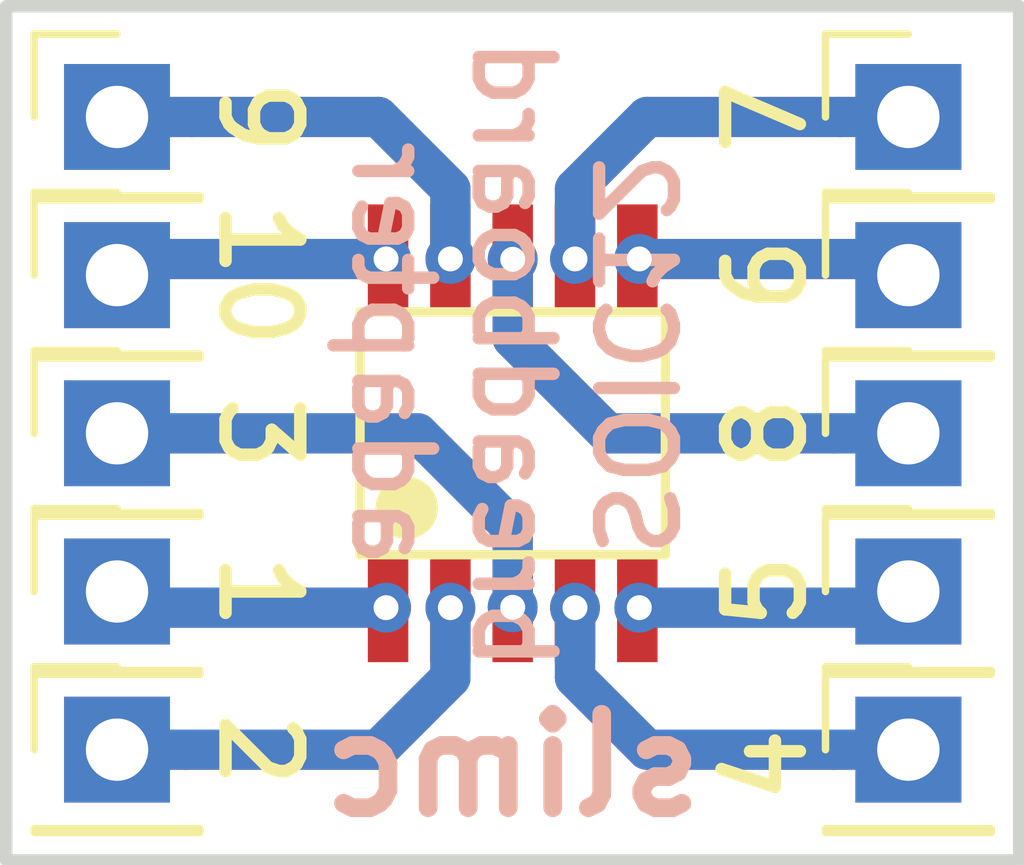
<source format=kicad_pcb>
(kicad_pcb (version 20171130) (host pcbnew 5.0.2+dfsg1-1)

  (general
    (thickness 1.6)
    (drawings 16)
    (tracks 84)
    (zones 0)
    (modules 11)
    (nets 11)
  )

  (page User 132.004 101.6)
  (title_block
    (title "FL51xx BREADBOARD ADAPTER")
    (date 2019-10-07)
    (rev v1.0.0)
    (company slimc)
  )

  (layers
    (0 F.Cu signal hide)
    (31 B.Cu signal)
    (32 B.Adhes user)
    (33 F.Adhes user)
    (34 B.Paste user)
    (35 F.Paste user)
    (36 B.SilkS user)
    (37 F.SilkS user)
    (38 B.Mask user)
    (39 F.Mask user)
    (40 Dwgs.User user)
    (41 Cmts.User user)
    (42 Eco1.User user)
    (43 Eco2.User user)
    (44 Edge.Cuts user)
    (45 Margin user)
    (46 B.CrtYd user)
    (47 F.CrtYd user)
    (48 B.Fab user)
    (49 F.Fab user)
  )

  (setup
    (last_trace_width 0.25)
    (trace_clearance 0.2)
    (zone_clearance 0.508)
    (zone_45_only no)
    (trace_min 0.2)
    (segment_width 0.2)
    (edge_width 0.15)
    (via_size 0.8)
    (via_drill 0.4)
    (via_min_size 0.4)
    (via_min_drill 0.3)
    (uvia_size 0.3)
    (uvia_drill 0.1)
    (uvias_allowed no)
    (uvia_min_size 0.2)
    (uvia_min_drill 0.1)
    (pcb_text_width 0.3)
    (pcb_text_size 1.5 1.5)
    (mod_edge_width 0.15)
    (mod_text_size 1 1)
    (mod_text_width 0.15)
    (pad_size 1.524 1.524)
    (pad_drill 0.762)
    (pad_to_mask_clearance 0.051)
    (solder_mask_min_width 0.25)
    (aux_axis_origin 0 0)
    (visible_elements FFFFFF7F)
    (pcbplotparams
      (layerselection 0x010f0_ffffffff)
      (usegerberextensions true)
      (usegerberattributes false)
      (usegerberadvancedattributes false)
      (creategerberjobfile false)
      (excludeedgelayer true)
      (linewidth 0.100000)
      (plotframeref false)
      (viasonmask false)
      (mode 1)
      (useauxorigin true)
      (hpglpennumber 1)
      (hpglpenspeed 20)
      (hpglpendiameter 15.000000)
      (psnegative false)
      (psa4output false)
      (plotreference true)
      (plotvalue true)
      (plotinvisibletext false)
      (padsonsilk false)
      (subtractmaskfromsilk false)
      (outputformat 1)
      (mirror false)
      (drillshape 0)
      (scaleselection 1)
      (outputdirectory "../exports/07-10-19/gerbers"))
  )

  (net 0 "")
  (net 1 "Net-(J1-Pad1)")
  (net 2 "Net-(J2-Pad1)")
  (net 3 "Net-(J3-Pad1)")
  (net 4 "Net-(J4-Pad1)")
  (net 5 "Net-(J5-Pad1)")
  (net 6 "Net-(J6-Pad1)")
  (net 7 "Net-(J7-Pad1)")
  (net 8 "Net-(J8-Pad1)")
  (net 9 "Net-(J9-Pad1)")
  (net 10 "Net-(J10-Pad1)")

  (net_class Default "This is the default net class."
    (clearance 0.2)
    (trace_width 0.25)
    (via_dia 0.8)
    (via_drill 0.4)
    (uvia_dia 0.3)
    (uvia_drill 0.1)
    (add_net "Net-(J1-Pad1)")
    (add_net "Net-(J10-Pad1)")
    (add_net "Net-(J2-Pad1)")
    (add_net "Net-(J3-Pad1)")
    (add_net "Net-(J4-Pad1)")
    (add_net "Net-(J5-Pad1)")
    (add_net "Net-(J6-Pad1)")
    (add_net "Net-(J7-Pad1)")
    (add_net "Net-(J8-Pad1)")
    (add_net "Net-(J9-Pad1)")
  )

  (module Connector_PinHeader_2.54mm:PinHeader_1x01_P2.54mm_Vertical (layer F.Cu) (tedit 5D9B1E5B) (tstamp 5DB1A947)
    (at 31.496 20.066)
    (descr "Through hole straight pin header, 1x01, 2.54mm pitch, single row")
    (tags "Through hole pin header THT 1x01 2.54mm single row")
    (path /5D9B30D0)
    (fp_text reference J10 (at 0 -2.33) (layer F.SilkS) hide
      (effects (font (size 1 1) (thickness 0.15)))
    )
    (fp_text value Conn_01x01 (at 0 2.33) (layer F.Fab) hide
      (effects (font (size 1 1) (thickness 0.15)))
    )
    (fp_text user %R (at 0 0 90) (layer F.Fab)
      (effects (font (size 1 1) (thickness 0.15)))
    )
    (fp_line (start 1.8 -1.8) (end -1.8 -1.8) (layer F.CrtYd) (width 0.05))
    (fp_line (start 1.8 1.8) (end 1.8 -1.8) (layer F.CrtYd) (width 0.05))
    (fp_line (start -1.8 1.8) (end 1.8 1.8) (layer F.CrtYd) (width 0.05))
    (fp_line (start -1.8 -1.8) (end -1.8 1.8) (layer F.CrtYd) (width 0.05))
    (fp_line (start -1.33 -1.33) (end 0 -1.33) (layer F.SilkS) (width 0.12))
    (fp_line (start -1.33 0) (end -1.33 -1.33) (layer F.SilkS) (width 0.12))
    (fp_line (start -1.33 1.27) (end 1.33 1.27) (layer F.SilkS) (width 0.12))
    (fp_line (start 1.33 1.27) (end 1.33 1.33) (layer F.SilkS) (width 0.12))
    (fp_line (start -1.33 1.27) (end -1.33 1.33) (layer F.SilkS) (width 0.12))
    (fp_line (start -1.33 1.33) (end 1.33 1.33) (layer F.SilkS) (width 0.12))
    (fp_line (start -1.27 -0.635) (end -0.635 -1.27) (layer F.Fab) (width 0.1))
    (fp_line (start -1.27 1.27) (end -1.27 -0.635) (layer F.Fab) (width 0.1))
    (fp_line (start 1.27 1.27) (end -1.27 1.27) (layer F.Fab) (width 0.1))
    (fp_line (start 1.27 -1.27) (end 1.27 1.27) (layer F.Fab) (width 0.1))
    (fp_line (start -0.635 -1.27) (end 1.27 -1.27) (layer F.Fab) (width 0.1))
    (pad 1 thru_hole rect (at 0 0) (size 1.7 1.7) (drill 1) (layers *.Cu *.Mask)
      (net 10 "Net-(J10-Pad1)"))
    (model ${KISYS3DMOD}/Connector_PinHeader_2.54mm.3dshapes/PinHeader_1x01_P2.54mm_Vertical.wrl
      (at (xyz 0 0 0))
      (scale (xyz 1 1 1))
      (rotate (xyz 0 0 0))
    )
  )

  (module Connector_PinHeader_2.54mm:PinHeader_1x01_P2.54mm_Vertical (layer F.Cu) (tedit 5D9B1E3C) (tstamp 5DB1A679)
    (at 31.496 17.526)
    (descr "Through hole straight pin header, 1x01, 2.54mm pitch, single row")
    (tags "Through hole pin header THT 1x01 2.54mm single row")
    (path /5D9B30A8)
    (fp_text reference J9 (at 0 -2.33) (layer F.SilkS) hide
      (effects (font (size 1 1) (thickness 0.15)))
    )
    (fp_text value Conn_01x01 (at 0 2.33) (layer F.Fab) hide
      (effects (font (size 1 1) (thickness 0.15)))
    )
    (fp_line (start -0.635 -1.27) (end 1.27 -1.27) (layer F.Fab) (width 0.1))
    (fp_line (start 1.27 -1.27) (end 1.27 1.27) (layer F.Fab) (width 0.1))
    (fp_line (start 1.27 1.27) (end -1.27 1.27) (layer F.Fab) (width 0.1))
    (fp_line (start -1.27 1.27) (end -1.27 -0.635) (layer F.Fab) (width 0.1))
    (fp_line (start -1.27 -0.635) (end -0.635 -1.27) (layer F.Fab) (width 0.1))
    (fp_line (start -1.33 1.33) (end 1.33 1.33) (layer F.SilkS) (width 0.12))
    (fp_line (start -1.33 1.27) (end -1.33 1.33) (layer F.SilkS) (width 0.12))
    (fp_line (start 1.33 1.27) (end 1.33 1.33) (layer F.SilkS) (width 0.12))
    (fp_line (start -1.33 1.27) (end 1.33 1.27) (layer F.SilkS) (width 0.12))
    (fp_line (start -1.33 0) (end -1.33 -1.33) (layer F.SilkS) (width 0.12))
    (fp_line (start -1.33 -1.33) (end 0 -1.33) (layer F.SilkS) (width 0.12))
    (fp_line (start -1.8 -1.8) (end -1.8 1.8) (layer F.CrtYd) (width 0.05))
    (fp_line (start -1.8 1.8) (end 1.8 1.8) (layer F.CrtYd) (width 0.05))
    (fp_line (start 1.8 1.8) (end 1.8 -1.8) (layer F.CrtYd) (width 0.05))
    (fp_line (start 1.8 -1.8) (end -1.8 -1.8) (layer F.CrtYd) (width 0.05))
    (fp_text user %R (at 0 0 90) (layer F.Fab)
      (effects (font (size 1 1) (thickness 0.15)))
    )
    (pad 1 thru_hole rect (at 0 0) (size 1.7 1.7) (drill 1) (layers *.Cu *.Mask)
      (net 9 "Net-(J9-Pad1)"))
    (model ${KISYS3DMOD}/Connector_PinHeader_2.54mm.3dshapes/PinHeader_1x01_P2.54mm_Vertical.wrl
      (at (xyz 0 0 0))
      (scale (xyz 1 1 1))
      (rotate (xyz 0 0 0))
    )
  )

  (module Connector_PinHeader_2.54mm:PinHeader_1x01_P2.54mm_Vertical (layer F.Cu) (tedit 5D9B1E5D) (tstamp 5DB1A664)
    (at 31.496 22.606)
    (descr "Through hole straight pin header, 1x01, 2.54mm pitch, single row")
    (tags "Through hole pin header THT 1x01 2.54mm single row")
    (path /5D9B3086)
    (fp_text reference J8 (at 0 -2.33) (layer F.SilkS) hide
      (effects (font (size 1 1) (thickness 0.15)))
    )
    (fp_text value Conn_01x01 (at 0 2.33) (layer F.Fab) hide
      (effects (font (size 1 1) (thickness 0.15)))
    )
    (fp_text user %R (at 0 0 90) (layer F.Fab)
      (effects (font (size 1 1) (thickness 0.15)))
    )
    (fp_line (start 1.8 -1.8) (end -1.8 -1.8) (layer F.CrtYd) (width 0.05))
    (fp_line (start 1.8 1.8) (end 1.8 -1.8) (layer F.CrtYd) (width 0.05))
    (fp_line (start -1.8 1.8) (end 1.8 1.8) (layer F.CrtYd) (width 0.05))
    (fp_line (start -1.8 -1.8) (end -1.8 1.8) (layer F.CrtYd) (width 0.05))
    (fp_line (start -1.33 -1.33) (end 0 -1.33) (layer F.SilkS) (width 0.12))
    (fp_line (start -1.33 0) (end -1.33 -1.33) (layer F.SilkS) (width 0.12))
    (fp_line (start -1.33 1.27) (end 1.33 1.27) (layer F.SilkS) (width 0.12))
    (fp_line (start 1.33 1.27) (end 1.33 1.33) (layer F.SilkS) (width 0.12))
    (fp_line (start -1.33 1.27) (end -1.33 1.33) (layer F.SilkS) (width 0.12))
    (fp_line (start -1.33 1.33) (end 1.33 1.33) (layer F.SilkS) (width 0.12))
    (fp_line (start -1.27 -0.635) (end -0.635 -1.27) (layer F.Fab) (width 0.1))
    (fp_line (start -1.27 1.27) (end -1.27 -0.635) (layer F.Fab) (width 0.1))
    (fp_line (start 1.27 1.27) (end -1.27 1.27) (layer F.Fab) (width 0.1))
    (fp_line (start 1.27 -1.27) (end 1.27 1.27) (layer F.Fab) (width 0.1))
    (fp_line (start -0.635 -1.27) (end 1.27 -1.27) (layer F.Fab) (width 0.1))
    (pad 1 thru_hole rect (at 0 0) (size 1.7 1.7) (drill 1) (layers *.Cu *.Mask)
      (net 8 "Net-(J8-Pad1)"))
    (model ${KISYS3DMOD}/Connector_PinHeader_2.54mm.3dshapes/PinHeader_1x01_P2.54mm_Vertical.wrl
      (at (xyz 0 0 0))
      (scale (xyz 1 1 1))
      (rotate (xyz 0 0 0))
    )
  )

  (module Connector_PinHeader_2.54mm:PinHeader_1x01_P2.54mm_Vertical (layer F.Cu) (tedit 5D9B1E59) (tstamp 5DB1A64F)
    (at 18.796 17.526)
    (descr "Through hole straight pin header, 1x01, 2.54mm pitch, single row")
    (tags "Through hole pin header THT 1x01 2.54mm single row")
    (path /5D9B3066)
    (fp_text reference J7 (at 0 -2.33) (layer F.SilkS) hide
      (effects (font (size 1 1) (thickness 0.15)))
    )
    (fp_text value Conn_01x01 (at 0 2.33) (layer F.Fab) hide
      (effects (font (size 1 1) (thickness 0.15)))
    )
    (fp_line (start -0.635 -1.27) (end 1.27 -1.27) (layer F.Fab) (width 0.1))
    (fp_line (start 1.27 -1.27) (end 1.27 1.27) (layer F.Fab) (width 0.1))
    (fp_line (start 1.27 1.27) (end -1.27 1.27) (layer F.Fab) (width 0.1))
    (fp_line (start -1.27 1.27) (end -1.27 -0.635) (layer F.Fab) (width 0.1))
    (fp_line (start -1.27 -0.635) (end -0.635 -1.27) (layer F.Fab) (width 0.1))
    (fp_line (start -1.33 1.33) (end 1.33 1.33) (layer F.SilkS) (width 0.12))
    (fp_line (start -1.33 1.27) (end -1.33 1.33) (layer F.SilkS) (width 0.12))
    (fp_line (start 1.33 1.27) (end 1.33 1.33) (layer F.SilkS) (width 0.12))
    (fp_line (start -1.33 1.27) (end 1.33 1.27) (layer F.SilkS) (width 0.12))
    (fp_line (start -1.33 0) (end -1.33 -1.33) (layer F.SilkS) (width 0.12))
    (fp_line (start -1.33 -1.33) (end 0 -1.33) (layer F.SilkS) (width 0.12))
    (fp_line (start -1.8 -1.8) (end -1.8 1.8) (layer F.CrtYd) (width 0.05))
    (fp_line (start -1.8 1.8) (end 1.8 1.8) (layer F.CrtYd) (width 0.05))
    (fp_line (start 1.8 1.8) (end 1.8 -1.8) (layer F.CrtYd) (width 0.05))
    (fp_line (start 1.8 -1.8) (end -1.8 -1.8) (layer F.CrtYd) (width 0.05))
    (fp_text user %R (at 0 0 90) (layer F.Fab)
      (effects (font (size 1 1) (thickness 0.15)))
    )
    (pad 1 thru_hole rect (at 0 0) (size 1.7 1.7) (drill 1) (layers *.Cu *.Mask)
      (net 7 "Net-(J7-Pad1)"))
    (model ${KISYS3DMOD}/Connector_PinHeader_2.54mm.3dshapes/PinHeader_1x01_P2.54mm_Vertical.wrl
      (at (xyz 0 0 0))
      (scale (xyz 1 1 1))
      (rotate (xyz 0 0 0))
    )
  )

  (module Connector_PinHeader_2.54mm:PinHeader_1x01_P2.54mm_Vertical (layer F.Cu) (tedit 5D9B1E4F) (tstamp 5DB1A63A)
    (at 18.796 20.066)
    (descr "Through hole straight pin header, 1x01, 2.54mm pitch, single row")
    (tags "Through hole pin header THT 1x01 2.54mm single row")
    (path /5D9B2700)
    (fp_text reference J6 (at 0 -2.33) (layer F.SilkS) hide
      (effects (font (size 1 1) (thickness 0.15)))
    )
    (fp_text value Conn_01x01 (at 0 2.33) (layer F.Fab) hide
      (effects (font (size 1 1) (thickness 0.15)))
    )
    (fp_text user %R (at 0 0 90) (layer F.Fab)
      (effects (font (size 1 1) (thickness 0.15)))
    )
    (fp_line (start 1.8 -1.8) (end -1.8 -1.8) (layer F.CrtYd) (width 0.05))
    (fp_line (start 1.8 1.8) (end 1.8 -1.8) (layer F.CrtYd) (width 0.05))
    (fp_line (start -1.8 1.8) (end 1.8 1.8) (layer F.CrtYd) (width 0.05))
    (fp_line (start -1.8 -1.8) (end -1.8 1.8) (layer F.CrtYd) (width 0.05))
    (fp_line (start -1.33 -1.33) (end 0 -1.33) (layer F.SilkS) (width 0.12))
    (fp_line (start -1.33 0) (end -1.33 -1.33) (layer F.SilkS) (width 0.12))
    (fp_line (start -1.33 1.27) (end 1.33 1.27) (layer F.SilkS) (width 0.12))
    (fp_line (start 1.33 1.27) (end 1.33 1.33) (layer F.SilkS) (width 0.12))
    (fp_line (start -1.33 1.27) (end -1.33 1.33) (layer F.SilkS) (width 0.12))
    (fp_line (start -1.33 1.33) (end 1.33 1.33) (layer F.SilkS) (width 0.12))
    (fp_line (start -1.27 -0.635) (end -0.635 -1.27) (layer F.Fab) (width 0.1))
    (fp_line (start -1.27 1.27) (end -1.27 -0.635) (layer F.Fab) (width 0.1))
    (fp_line (start 1.27 1.27) (end -1.27 1.27) (layer F.Fab) (width 0.1))
    (fp_line (start 1.27 -1.27) (end 1.27 1.27) (layer F.Fab) (width 0.1))
    (fp_line (start -0.635 -1.27) (end 1.27 -1.27) (layer F.Fab) (width 0.1))
    (pad 1 thru_hole rect (at 0 0) (size 1.7 1.7) (drill 1) (layers *.Cu *.Mask)
      (net 6 "Net-(J6-Pad1)"))
    (model ${KISYS3DMOD}/Connector_PinHeader_2.54mm.3dshapes/PinHeader_1x01_P2.54mm_Vertical.wrl
      (at (xyz 0 0 0))
      (scale (xyz 1 1 1))
      (rotate (xyz 0 0 0))
    )
  )

  (module Connector_PinHeader_2.54mm:PinHeader_1x01_P2.54mm_Vertical (layer F.Cu) (tedit 5D9B1E61) (tstamp 5DB1A625)
    (at 31.496 25.146)
    (descr "Through hole straight pin header, 1x01, 2.54mm pitch, single row")
    (tags "Through hole pin header THT 1x01 2.54mm single row")
    (path /5D9B2BF7)
    (fp_text reference J5 (at 0 -2.33) (layer F.SilkS) hide
      (effects (font (size 1 1) (thickness 0.15)))
    )
    (fp_text value Conn_01x01 (at 0 2.33) (layer F.Fab) hide
      (effects (font (size 1 1) (thickness 0.15)))
    )
    (fp_line (start -0.635 -1.27) (end 1.27 -1.27) (layer F.Fab) (width 0.1))
    (fp_line (start 1.27 -1.27) (end 1.27 1.27) (layer F.Fab) (width 0.1))
    (fp_line (start 1.27 1.27) (end -1.27 1.27) (layer F.Fab) (width 0.1))
    (fp_line (start -1.27 1.27) (end -1.27 -0.635) (layer F.Fab) (width 0.1))
    (fp_line (start -1.27 -0.635) (end -0.635 -1.27) (layer F.Fab) (width 0.1))
    (fp_line (start -1.33 1.33) (end 1.33 1.33) (layer F.SilkS) (width 0.12))
    (fp_line (start -1.33 1.27) (end -1.33 1.33) (layer F.SilkS) (width 0.12))
    (fp_line (start 1.33 1.27) (end 1.33 1.33) (layer F.SilkS) (width 0.12))
    (fp_line (start -1.33 1.27) (end 1.33 1.27) (layer F.SilkS) (width 0.12))
    (fp_line (start -1.33 0) (end -1.33 -1.33) (layer F.SilkS) (width 0.12))
    (fp_line (start -1.33 -1.33) (end 0 -1.33) (layer F.SilkS) (width 0.12))
    (fp_line (start -1.8 -1.8) (end -1.8 1.8) (layer F.CrtYd) (width 0.05))
    (fp_line (start -1.8 1.8) (end 1.8 1.8) (layer F.CrtYd) (width 0.05))
    (fp_line (start 1.8 1.8) (end 1.8 -1.8) (layer F.CrtYd) (width 0.05))
    (fp_line (start 1.8 -1.8) (end -1.8 -1.8) (layer F.CrtYd) (width 0.05))
    (fp_text user %R (at 0 0 90) (layer F.Fab)
      (effects (font (size 1 1) (thickness 0.15)))
    )
    (pad 1 thru_hole rect (at 0 0) (size 1.7 1.7) (drill 1) (layers *.Cu *.Mask)
      (net 5 "Net-(J5-Pad1)"))
    (model ${KISYS3DMOD}/Connector_PinHeader_2.54mm.3dshapes/PinHeader_1x01_P2.54mm_Vertical.wrl
      (at (xyz 0 0 0))
      (scale (xyz 1 1 1))
      (rotate (xyz 0 0 0))
    )
  )

  (module Connector_PinHeader_2.54mm:PinHeader_1x01_P2.54mm_Vertical (layer F.Cu) (tedit 5D9B1E63) (tstamp 5DB1A610)
    (at 31.496 27.686)
    (descr "Through hole straight pin header, 1x01, 2.54mm pitch, single row")
    (tags "Through hole pin header THT 1x01 2.54mm single row")
    (path /5D9B2BCF)
    (fp_text reference J4 (at 0 -2.33) (layer F.SilkS) hide
      (effects (font (size 1 1) (thickness 0.15)))
    )
    (fp_text value Conn_01x01 (at 0 2.33) (layer F.Fab) hide
      (effects (font (size 1 1) (thickness 0.15)))
    )
    (fp_text user %R (at 0 0 90) (layer F.Fab)
      (effects (font (size 1 1) (thickness 0.15)))
    )
    (fp_line (start 1.8 -1.8) (end -1.8 -1.8) (layer F.CrtYd) (width 0.05))
    (fp_line (start 1.8 1.8) (end 1.8 -1.8) (layer F.CrtYd) (width 0.05))
    (fp_line (start -1.8 1.8) (end 1.8 1.8) (layer F.CrtYd) (width 0.05))
    (fp_line (start -1.8 -1.8) (end -1.8 1.8) (layer F.CrtYd) (width 0.05))
    (fp_line (start -1.33 -1.33) (end 0 -1.33) (layer F.SilkS) (width 0.12))
    (fp_line (start -1.33 0) (end -1.33 -1.33) (layer F.SilkS) (width 0.12))
    (fp_line (start -1.33 1.27) (end 1.33 1.27) (layer F.SilkS) (width 0.12))
    (fp_line (start 1.33 1.27) (end 1.33 1.33) (layer F.SilkS) (width 0.12))
    (fp_line (start -1.33 1.27) (end -1.33 1.33) (layer F.SilkS) (width 0.12))
    (fp_line (start -1.33 1.33) (end 1.33 1.33) (layer F.SilkS) (width 0.12))
    (fp_line (start -1.27 -0.635) (end -0.635 -1.27) (layer F.Fab) (width 0.1))
    (fp_line (start -1.27 1.27) (end -1.27 -0.635) (layer F.Fab) (width 0.1))
    (fp_line (start 1.27 1.27) (end -1.27 1.27) (layer F.Fab) (width 0.1))
    (fp_line (start 1.27 -1.27) (end 1.27 1.27) (layer F.Fab) (width 0.1))
    (fp_line (start -0.635 -1.27) (end 1.27 -1.27) (layer F.Fab) (width 0.1))
    (pad 1 thru_hole rect (at 0 0) (size 1.7 1.7) (drill 1) (layers *.Cu *.Mask)
      (net 4 "Net-(J4-Pad1)"))
    (model ${KISYS3DMOD}/Connector_PinHeader_2.54mm.3dshapes/PinHeader_1x01_P2.54mm_Vertical.wrl
      (at (xyz 0 0 0))
      (scale (xyz 1 1 1))
      (rotate (xyz 0 0 0))
    )
  )

  (module Connector_PinHeader_2.54mm:PinHeader_1x01_P2.54mm_Vertical (layer F.Cu) (tedit 5D9B1E51) (tstamp 5DB1A5FB)
    (at 18.796 22.606)
    (descr "Through hole straight pin header, 1x01, 2.54mm pitch, single row")
    (tags "Through hole pin header THT 1x01 2.54mm single row")
    (path /5D9B2BA9)
    (fp_text reference J3 (at 0 -2.33) (layer F.SilkS) hide
      (effects (font (size 1 1) (thickness 0.15)))
    )
    (fp_text value Conn_01x01 (at 0 2.33) (layer F.Fab) hide
      (effects (font (size 1 1) (thickness 0.15)))
    )
    (fp_line (start -0.635 -1.27) (end 1.27 -1.27) (layer F.Fab) (width 0.1))
    (fp_line (start 1.27 -1.27) (end 1.27 1.27) (layer F.Fab) (width 0.1))
    (fp_line (start 1.27 1.27) (end -1.27 1.27) (layer F.Fab) (width 0.1))
    (fp_line (start -1.27 1.27) (end -1.27 -0.635) (layer F.Fab) (width 0.1))
    (fp_line (start -1.27 -0.635) (end -0.635 -1.27) (layer F.Fab) (width 0.1))
    (fp_line (start -1.33 1.33) (end 1.33 1.33) (layer F.SilkS) (width 0.12))
    (fp_line (start -1.33 1.27) (end -1.33 1.33) (layer F.SilkS) (width 0.12))
    (fp_line (start 1.33 1.27) (end 1.33 1.33) (layer F.SilkS) (width 0.12))
    (fp_line (start -1.33 1.27) (end 1.33 1.27) (layer F.SilkS) (width 0.12))
    (fp_line (start -1.33 0) (end -1.33 -1.33) (layer F.SilkS) (width 0.12))
    (fp_line (start -1.33 -1.33) (end 0 -1.33) (layer F.SilkS) (width 0.12))
    (fp_line (start -1.8 -1.8) (end -1.8 1.8) (layer F.CrtYd) (width 0.05))
    (fp_line (start -1.8 1.8) (end 1.8 1.8) (layer F.CrtYd) (width 0.05))
    (fp_line (start 1.8 1.8) (end 1.8 -1.8) (layer F.CrtYd) (width 0.05))
    (fp_line (start 1.8 -1.8) (end -1.8 -1.8) (layer F.CrtYd) (width 0.05))
    (fp_text user %R (at 0 0 90) (layer F.Fab)
      (effects (font (size 1 1) (thickness 0.15)))
    )
    (pad 1 thru_hole rect (at 0 0) (size 1.7 1.7) (drill 1) (layers *.Cu *.Mask)
      (net 3 "Net-(J3-Pad1)"))
    (model ${KISYS3DMOD}/Connector_PinHeader_2.54mm.3dshapes/PinHeader_1x01_P2.54mm_Vertical.wrl
      (at (xyz 0 0 0))
      (scale (xyz 1 1 1))
      (rotate (xyz 0 0 0))
    )
  )

  (module Connector_PinHeader_2.54mm:PinHeader_1x01_P2.54mm_Vertical (layer F.Cu) (tedit 5D9B1E56) (tstamp 5DB1A5E6)
    (at 18.796 27.686)
    (descr "Through hole straight pin header, 1x01, 2.54mm pitch, single row")
    (tags "Through hole pin header THT 1x01 2.54mm single row")
    (path /5D9B2B7D)
    (fp_text reference J2 (at 0 -2.33) (layer F.SilkS) hide
      (effects (font (size 1 1) (thickness 0.15)))
    )
    (fp_text value Conn_01x01 (at 0 2.33) (layer F.Fab) hide
      (effects (font (size 1 1) (thickness 0.15)))
    )
    (fp_text user %R (at 0 0 90) (layer F.Fab)
      (effects (font (size 1 1) (thickness 0.15)))
    )
    (fp_line (start 1.8 -1.8) (end -1.8 -1.8) (layer F.CrtYd) (width 0.05))
    (fp_line (start 1.8 1.8) (end 1.8 -1.8) (layer F.CrtYd) (width 0.05))
    (fp_line (start -1.8 1.8) (end 1.8 1.8) (layer F.CrtYd) (width 0.05))
    (fp_line (start -1.8 -1.8) (end -1.8 1.8) (layer F.CrtYd) (width 0.05))
    (fp_line (start -1.33 -1.33) (end 0 -1.33) (layer F.SilkS) (width 0.12))
    (fp_line (start -1.33 0) (end -1.33 -1.33) (layer F.SilkS) (width 0.12))
    (fp_line (start -1.33 1.27) (end 1.33 1.27) (layer F.SilkS) (width 0.12))
    (fp_line (start 1.33 1.27) (end 1.33 1.33) (layer F.SilkS) (width 0.12))
    (fp_line (start -1.33 1.27) (end -1.33 1.33) (layer F.SilkS) (width 0.12))
    (fp_line (start -1.33 1.33) (end 1.33 1.33) (layer F.SilkS) (width 0.12))
    (fp_line (start -1.27 -0.635) (end -0.635 -1.27) (layer F.Fab) (width 0.1))
    (fp_line (start -1.27 1.27) (end -1.27 -0.635) (layer F.Fab) (width 0.1))
    (fp_line (start 1.27 1.27) (end -1.27 1.27) (layer F.Fab) (width 0.1))
    (fp_line (start 1.27 -1.27) (end 1.27 1.27) (layer F.Fab) (width 0.1))
    (fp_line (start -0.635 -1.27) (end 1.27 -1.27) (layer F.Fab) (width 0.1))
    (pad 1 thru_hole rect (at 0 0) (size 1.7 1.7) (drill 1) (layers *.Cu *.Mask)
      (net 2 "Net-(J2-Pad1)"))
    (model ${KISYS3DMOD}/Connector_PinHeader_2.54mm.3dshapes/PinHeader_1x01_P2.54mm_Vertical.wrl
      (at (xyz 0 0 0))
      (scale (xyz 1 1 1))
      (rotate (xyz 0 0 0))
    )
  )

  (module Connector_PinHeader_2.54mm:PinHeader_1x01_P2.54mm_Vertical (layer F.Cu) (tedit 5D9B1E54) (tstamp 5DB1A5D1)
    (at 18.796 25.146)
    (descr "Through hole straight pin header, 1x01, 2.54mm pitch, single row")
    (tags "Through hole pin header THT 1x01 2.54mm single row")
    (path /5D9B2AB1)
    (fp_text reference J1 (at 0 -2.33) (layer F.SilkS) hide
      (effects (font (size 1 1) (thickness 0.15)))
    )
    (fp_text value Conn_01x01 (at 0 2.33) (layer F.Fab) hide
      (effects (font (size 1 1) (thickness 0.15)))
    )
    (fp_line (start -0.635 -1.27) (end 1.27 -1.27) (layer F.Fab) (width 0.1))
    (fp_line (start 1.27 -1.27) (end 1.27 1.27) (layer F.Fab) (width 0.1))
    (fp_line (start 1.27 1.27) (end -1.27 1.27) (layer F.Fab) (width 0.1))
    (fp_line (start -1.27 1.27) (end -1.27 -0.635) (layer F.Fab) (width 0.1))
    (fp_line (start -1.27 -0.635) (end -0.635 -1.27) (layer F.Fab) (width 0.1))
    (fp_line (start -1.33 1.33) (end 1.33 1.33) (layer F.SilkS) (width 0.12))
    (fp_line (start -1.33 1.27) (end -1.33 1.33) (layer F.SilkS) (width 0.12))
    (fp_line (start 1.33 1.27) (end 1.33 1.33) (layer F.SilkS) (width 0.12))
    (fp_line (start -1.33 1.27) (end 1.33 1.27) (layer F.SilkS) (width 0.12))
    (fp_line (start -1.33 0) (end -1.33 -1.33) (layer F.SilkS) (width 0.12))
    (fp_line (start -1.33 -1.33) (end 0 -1.33) (layer F.SilkS) (width 0.12))
    (fp_line (start -1.8 -1.8) (end -1.8 1.8) (layer F.CrtYd) (width 0.05))
    (fp_line (start -1.8 1.8) (end 1.8 1.8) (layer F.CrtYd) (width 0.05))
    (fp_line (start 1.8 1.8) (end 1.8 -1.8) (layer F.CrtYd) (width 0.05))
    (fp_line (start 1.8 -1.8) (end -1.8 -1.8) (layer F.CrtYd) (width 0.05))
    (fp_text user %R (at 0 0 90) (layer F.Fab)
      (effects (font (size 1 1) (thickness 0.15)))
    )
    (pad 1 thru_hole rect (at 0 0) (size 1.7 1.7) (drill 1) (layers *.Cu *.Mask)
      (net 1 "Net-(J1-Pad1)"))
    (model ${KISYS3DMOD}/Connector_PinHeader_2.54mm.3dshapes/PinHeader_1x01_P2.54mm_Vertical.wrl
      (at (xyz 0 0 0))
      (scale (xyz 1 1 1))
      (rotate (xyz 0 0 0))
    )
  )

  (module AC_Drivers:FL51xxMX (layer F.Cu) (tedit 5D9B046B) (tstamp 5DD09505)
    (at 25.146 22.606)
    (path /5DAD29E3)
    (fp_text reference U1 (at 0 -5) (layer F.SilkS) hide
      (effects (font (size 1 1) (thickness 0.15)))
    )
    (fp_text value FL51xxMX (at 0 -5.08) (layer B.Fab) hide
      (effects (font (size 1 1) (thickness 0.15)) (justify mirror))
    )
    (fp_circle (center -1.7 1.2) (end -1.45 1.2) (layer F.SilkS) (width 0.5))
    (fp_line (start -2.45 -1.95) (end 2.45 -1.95) (layer F.SilkS) (width 0.15))
    (fp_line (start 2.45 -1.95) (end 2.45 1.95) (layer F.SilkS) (width 0.15))
    (fp_line (start -2.45 1.95) (end 2.45 1.95) (layer F.SilkS) (width 0.15))
    (fp_line (start -2.45 -1.95) (end -2.45 1.95) (layer F.SilkS) (width 0.15))
    (pad 1 smd rect (at -2 2.8) (size 0.65 1.75) (layers F.Cu F.Paste F.Mask)
      (net 1 "Net-(J1-Pad1)"))
    (pad 2 smd rect (at -1 2.8) (size 0.65 1.75) (layers F.Cu F.Paste F.Mask)
      (net 2 "Net-(J2-Pad1)"))
    (pad 3 smd rect (at 0 2.8) (size 0.65 1.75) (layers F.Cu F.Paste F.Mask)
      (net 3 "Net-(J3-Pad1)"))
    (pad 4 smd rect (at 1 2.8) (size 0.65 1.75) (layers F.Cu F.Paste F.Mask)
      (net 4 "Net-(J4-Pad1)"))
    (pad 5 smd rect (at 2 2.8) (size 0.65 1.75) (layers F.Cu F.Paste F.Mask)
      (net 5 "Net-(J5-Pad1)"))
    (pad 6 smd rect (at 2 -2.8) (size 0.65 1.75) (layers F.Cu F.Paste F.Mask)
      (net 10 "Net-(J10-Pad1)"))
    (pad 7 smd rect (at 1 -2.8) (size 0.65 1.75) (layers F.Cu F.Paste F.Mask)
      (net 9 "Net-(J9-Pad1)"))
    (pad 8 smd rect (at 0 -2.8) (size 0.65 1.75) (layers F.Cu F.Paste F.Mask)
      (net 8 "Net-(J8-Pad1)"))
    (pad 9 smd rect (at -1 -2.8) (size 0.65 1.75) (layers F.Cu F.Paste F.Mask)
      (net 7 "Net-(J7-Pad1)"))
    (pad 10 smd rect (at -2 -2.8) (size 0.65 1.75) (layers F.Cu F.Paste F.Mask)
      (net 6 "Net-(J6-Pad1)"))
  )

  (gr_text "SOIC12\nbreadboard\nadapter" (at 25.146 21.336 270) (layer B.SilkS) (tstamp 5DD09756)
    (effects (font (size 1.2 1.2) (thickness 0.2)) (justify mirror))
  )
  (gr_text slimc (at 25.146 27.94) (layer B.SilkS)
    (effects (font (size 1.5 1.5) (thickness 0.3)) (justify mirror))
  )
  (gr_text 7 (at 29.21 17.526 90) (layer F.SilkS) (tstamp 5DD09391)
    (effects (font (size 1.2 1.2) (thickness 0.2)))
  )
  (gr_text 6 (at 29.21 20.066 90) (layer F.SilkS) (tstamp 5DD0938E)
    (effects (font (size 1.2 1.2) (thickness 0.2)))
  )
  (gr_text 8 (at 29.21 22.606 90) (layer F.SilkS) (tstamp 5DD09389)
    (effects (font (size 1.2 1.2) (thickness 0.2)))
  )
  (gr_text 5 (at 29.21 25.146 90) (layer F.SilkS) (tstamp 5DD09386)
    (effects (font (size 1.2 1.2) (thickness 0.2)))
  )
  (gr_text 9 (at 21.082 17.526 270) (layer F.SilkS) (tstamp 5DD0941C)
    (effects (font (size 1.2 1.2) (thickness 0.2)))
  )
  (gr_text 4 (at 29.21 27.94 90) (layer F.SilkS) (tstamp 5DD0936D)
    (effects (font (size 1.2 1.2) (thickness 0.2)))
  )
  (gr_text 10 (at 21.082 20.066 270) (layer F.SilkS) (tstamp 5DD09413)
    (effects (font (size 1.2 1.2) (thickness 0.2)))
  )
  (gr_text 3 (at 21.082 22.606 270) (layer F.SilkS) (tstamp 5DD09416)
    (effects (font (size 1.2 1.2) (thickness 0.2)))
  )
  (gr_text 1 (at 21.082 25.146 270) (layer F.SilkS) (tstamp 5DD09419)
    (effects (font (size 1.2 1.2) (thickness 0.2)))
  )
  (gr_text 2 (at 21.082 27.686 270) (layer F.SilkS) (tstamp 5DD09410)
    (effects (font (size 1.2 1.2) (thickness 0.2)))
  )
  (gr_line (start 17.018 29.464) (end 17.018 15.748) (layer Edge.Cuts) (width 0.2))
  (gr_line (start 33.274 29.464) (end 17.018 29.464) (layer Edge.Cuts) (width 0.2))
  (gr_line (start 33.274 15.748) (end 33.274 29.464) (layer Edge.Cuts) (width 0.2))
  (gr_line (start 17.018 15.748) (end 33.274 15.748) (layer Edge.Cuts) (width 0.2))

  (segment (start 19.056 25.406) (end 18.796 25.146) (width 0.645) (layer F.Cu) (net 1))
  (segment (start 23.146 25.406) (end 23.114 25.406) (width 0.645) (layer F.Cu) (net 1))
  (segment (start 23.114 25.406) (end 19.056 25.406) (width 0.645) (layer F.Cu) (net 1) (tstamp 5DD092E1))
  (via (at 23.114 25.406) (size 0.8) (drill 0.4) (layers F.Cu B.Cu) (net 1))
  (segment (start 19.056 25.406) (end 18.796 25.146) (width 0.645) (layer B.Cu) (net 1))
  (segment (start 23.114 25.406) (end 19.056 25.406) (width 0.645) (layer B.Cu) (net 1))
  (segment (start 19.896 27.686) (end 18.796 27.686) (width 0.645) (layer F.Cu) (net 2))
  (segment (start 22.991 27.686) (end 19.896 27.686) (width 0.645) (layer F.Cu) (net 2))
  (segment (start 24.146 25.406) (end 24.146 25.406) (width 0.645) (layer F.Cu) (net 2))
  (segment (start 24.146 26.531) (end 22.991 27.686) (width 0.645) (layer F.Cu) (net 2))
  (segment (start 24.146 25.406) (end 24.146 26.531) (width 0.645) (layer F.Cu) (net 2) (tstamp 5DD092E3))
  (via (at 24.146 25.406) (size 0.8) (drill 0.4) (layers F.Cu B.Cu) (net 2))
  (segment (start 22.991 27.686) (end 19.896 27.686) (width 0.645) (layer B.Cu) (net 2))
  (segment (start 19.896 27.686) (end 18.796 27.686) (width 0.645) (layer B.Cu) (net 2))
  (segment (start 24.146 25.406) (end 24.146 26.531) (width 0.645) (layer B.Cu) (net 2))
  (segment (start 24.146 26.531) (end 22.991 27.686) (width 0.645) (layer B.Cu) (net 2))
  (segment (start 25.146 25.406) (end 25.146 25.4) (width 0.645) (layer F.Cu) (net 3))
  (segment (start 25.146 25.4) (end 25.146 24.620998) (width 0.645) (layer F.Cu) (net 3) (tstamp 5DD092E5))
  (via (at 25.146 25.4) (size 0.8) (drill 0.4) (layers F.Cu B.Cu) (net 3))
  (segment (start 25.146 24.834315) (end 25.146 25.4) (width 0.645) (layer B.Cu) (net 3))
  (segment (start 25.146 24.13) (end 25.146 24.834315) (width 0.645) (layer B.Cu) (net 3))
  (segment (start 18.796 22.606) (end 23.622 22.606) (width 0.645) (layer B.Cu) (net 3))
  (segment (start 23.622 22.606) (end 25.146 24.13) (width 0.645) (layer B.Cu) (net 3))
  (segment (start 18.796 22.606) (end 23.622 22.606) (width 0.645) (layer F.Cu) (net 3))
  (segment (start 25.146 24.13) (end 25.146 25.406) (width 0.645) (layer F.Cu) (net 3))
  (segment (start 23.622 22.606) (end 25.146 24.13) (width 0.645) (layer F.Cu) (net 3))
  (segment (start 30.293919 27.686) (end 31.496 27.686) (width 0.645) (layer F.Cu) (net 4))
  (segment (start 27.301 27.686) (end 30.293919 27.686) (width 0.645) (layer F.Cu) (net 4))
  (segment (start 26.146 25.406) (end 26.146 25.406) (width 0.645) (layer F.Cu) (net 4))
  (segment (start 26.146 26.531) (end 27.301 27.686) (width 0.645) (layer F.Cu) (net 4))
  (segment (start 26.146 25.406) (end 26.146 26.531) (width 0.645) (layer F.Cu) (net 4) (tstamp 5DD092E7))
  (via (at 26.146 25.406) (size 0.8) (drill 0.4) (layers F.Cu B.Cu) (net 4))
  (segment (start 30.293919 27.686) (end 31.496 27.686) (width 0.645) (layer B.Cu) (net 4))
  (segment (start 27.301 27.686) (end 30.293919 27.686) (width 0.645) (layer B.Cu) (net 4))
  (segment (start 26.146 25.406) (end 26.146 26.531) (width 0.645) (layer B.Cu) (net 4))
  (segment (start 26.146 26.531) (end 27.301 27.686) (width 0.645) (layer B.Cu) (net 4))
  (segment (start 31.236 25.406) (end 31.496 25.146) (width 0.645) (layer F.Cu) (net 5))
  (segment (start 27.146 25.406) (end 27.178 25.406) (width 0.645) (layer F.Cu) (net 5))
  (segment (start 27.178 25.406) (end 31.236 25.406) (width 0.645) (layer F.Cu) (net 5) (tstamp 5DD092EE))
  (via (at 27.178 25.406) (size 0.8) (drill 0.4) (layers F.Cu B.Cu) (net 5))
  (segment (start 31.236 25.406) (end 31.496 25.146) (width 0.645) (layer B.Cu) (net 5))
  (segment (start 27.178 25.406) (end 31.236 25.406) (width 0.645) (layer B.Cu) (net 5))
  (segment (start 19.056 19.806) (end 18.796 20.066) (width 0.645) (layer F.Cu) (net 6))
  (segment (start 23.146 19.806) (end 23.114 19.806) (width 0.645) (layer F.Cu) (net 6))
  (segment (start 23.114 19.806) (end 19.056 19.806) (width 0.645) (layer F.Cu) (net 6) (tstamp 5DD09286))
  (via (at 23.114 19.806) (size 0.8) (drill 0.4) (layers F.Cu B.Cu) (net 6))
  (segment (start 19.056 19.806) (end 18.796 20.066) (width 0.645) (layer B.Cu) (net 6))
  (segment (start 23.114 19.806) (end 19.056 19.806) (width 0.645) (layer B.Cu) (net 6))
  (segment (start 19.998081 17.526) (end 18.796 17.526) (width 0.645) (layer F.Cu) (net 7))
  (segment (start 22.991 17.526) (end 19.998081 17.526) (width 0.645) (layer F.Cu) (net 7))
  (segment (start 24.146 19.806) (end 24.146 19.806) (width 0.645) (layer F.Cu) (net 7))
  (segment (start 24.146 18.681) (end 22.991 17.526) (width 0.645) (layer F.Cu) (net 7))
  (segment (start 24.146 19.806) (end 24.146 18.681) (width 0.645) (layer F.Cu) (net 7) (tstamp 5DD092D9))
  (via (at 24.146 19.806) (size 0.8) (drill 0.4) (layers F.Cu B.Cu) (net 7))
  (segment (start 18.796 17.526) (end 19.896 17.526) (width 0.25) (layer B.Cu) (net 7))
  (segment (start 24.146 18.681) (end 22.991 17.526) (width 0.645) (layer B.Cu) (net 7))
  (segment (start 24.146 19.806) (end 24.146 18.681) (width 0.645) (layer B.Cu) (net 7))
  (segment (start 22.991 17.526) (end 18.796 17.526) (width 0.645) (layer B.Cu) (net 7))
  (segment (start 30.293919 22.606) (end 31.496 22.606) (width 0.645) (layer F.Cu) (net 8))
  (segment (start 25.146 19.806) (end 25.146 19.812) (width 0.645) (layer F.Cu) (net 8))
  (via (at 25.146 19.812) (size 0.8) (drill 0.4) (layers F.Cu B.Cu) (net 8))
  (segment (start 31.496 22.606) (end 27.374315 22.606) (width 0.645) (layer B.Cu) (net 8))
  (segment (start 25.146 19.812) (end 25.146 21.082) (width 0.645) (layer B.Cu) (net 8))
  (segment (start 26.67 22.606) (end 27.374315 22.606) (width 0.645) (layer B.Cu) (net 8))
  (segment (start 25.146 21.082) (end 26.67 22.606) (width 0.645) (layer B.Cu) (net 8))
  (segment (start 30.293919 22.606) (end 26.67 22.606) (width 0.645) (layer F.Cu) (net 8))
  (segment (start 25.146 21.082) (end 25.146 19.806) (width 0.645) (layer F.Cu) (net 8))
  (segment (start 26.67 22.606) (end 25.146 21.082) (width 0.645) (layer F.Cu) (net 8))
  (segment (start 30.396 17.526) (end 31.496 17.526) (width 0.645) (layer F.Cu) (net 9))
  (segment (start 27.301 17.526) (end 30.396 17.526) (width 0.645) (layer F.Cu) (net 9))
  (segment (start 26.146 19.806) (end 26.146 19.806) (width 0.645) (layer F.Cu) (net 9))
  (segment (start 26.146 18.681) (end 27.301 17.526) (width 0.645) (layer F.Cu) (net 9))
  (segment (start 26.146 19.806) (end 26.146 18.681) (width 0.645) (layer F.Cu) (net 9) (tstamp 5DD092DD))
  (via (at 26.146 19.806) (size 0.8) (drill 0.4) (layers F.Cu B.Cu) (net 9))
  (segment (start 30.396 17.526) (end 31.496 17.526) (width 0.645) (layer B.Cu) (net 9))
  (segment (start 27.301 17.526) (end 30.396 17.526) (width 0.645) (layer B.Cu) (net 9))
  (segment (start 26.146 19.806) (end 26.146 18.681) (width 0.645) (layer B.Cu) (net 9))
  (segment (start 26.146 18.681) (end 27.301 17.526) (width 0.645) (layer B.Cu) (net 9))
  (segment (start 31.236 19.806) (end 31.496 20.066) (width 0.645) (layer F.Cu) (net 10))
  (segment (start 27.146 19.806) (end 27.178 19.806) (width 0.645) (layer F.Cu) (net 10))
  (segment (start 27.178 19.806) (end 31.236 19.806) (width 0.645) (layer F.Cu) (net 10) (tstamp 5DD092DF))
  (via (at 27.178 19.806) (size 0.8) (drill 0.4) (layers F.Cu B.Cu) (net 10))
  (segment (start 31.236 19.806) (end 31.496 20.066) (width 0.645) (layer B.Cu) (net 10))
  (segment (start 27.178 19.806) (end 31.236 19.806) (width 0.645) (layer B.Cu) (net 10))

)

</source>
